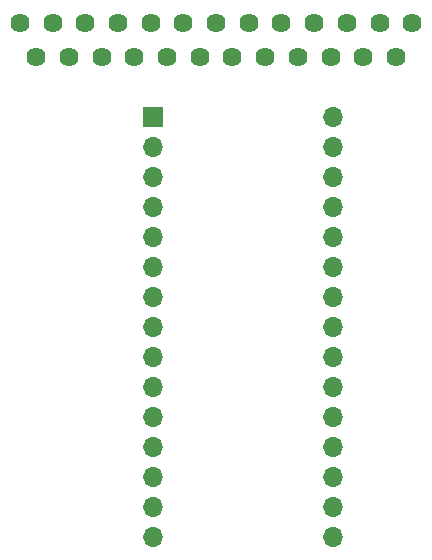
<source format=gts>
%TF.GenerationSoftware,KiCad,Pcbnew,(5.1.6)-1*%
%TF.CreationDate,2020-09-18T20:45:58-04:00*%
%TF.ProjectId,grbl_adapter,6772626c-5f61-4646-9170-7465722e6b69,rev?*%
%TF.SameCoordinates,Original*%
%TF.FileFunction,Soldermask,Top*%
%TF.FilePolarity,Negative*%
%FSLAX46Y46*%
G04 Gerber Fmt 4.6, Leading zero omitted, Abs format (unit mm)*
G04 Created by KiCad (PCBNEW (5.1.6)-1) date 2020-09-18 20:45:58*
%MOMM*%
%LPD*%
G01*
G04 APERTURE LIST*
%ADD10C,1.624000*%
%ADD11O,1.700000X1.700000*%
%ADD12R,1.700000X1.700000*%
G04 APERTURE END LIST*
D10*
%TO.C,U1*%
X124599700Y-74625200D03*
X127368300Y-74625200D03*
X130136900Y-74625200D03*
X132905500Y-74625200D03*
X135674100Y-74625200D03*
X138442700Y-74625200D03*
X141211300Y-74625200D03*
X143979900Y-74625200D03*
X146748500Y-74625200D03*
X149517100Y-74625200D03*
X152285700Y-74625200D03*
X155054300Y-74625200D03*
X157822900Y-74625200D03*
X125984000Y-77470000D03*
X128752600Y-77470000D03*
X131521200Y-77470000D03*
X134289800Y-77470000D03*
X137058400Y-77470000D03*
X139827000Y-77470000D03*
X142595600Y-77470000D03*
X145364200Y-77470000D03*
X148132800Y-77470000D03*
X150901400Y-77470000D03*
X153670000Y-77470000D03*
X156438600Y-77470000D03*
%TD*%
D11*
%TO.C,A0*%
X151130000Y-118110000D03*
X135890000Y-118110000D03*
X151130000Y-82550000D03*
X135890000Y-115570000D03*
X151130000Y-85090000D03*
X135890000Y-113030000D03*
X151130000Y-87630000D03*
X135890000Y-110490000D03*
X151130000Y-90170000D03*
X135890000Y-107950000D03*
X151130000Y-92710000D03*
X135890000Y-105410000D03*
X151130000Y-95250000D03*
X135890000Y-102870000D03*
X151130000Y-97790000D03*
X135890000Y-100330000D03*
X151130000Y-100330000D03*
X135890000Y-97790000D03*
X151130000Y-102870000D03*
X135890000Y-95250000D03*
X151130000Y-105410000D03*
X135890000Y-92710000D03*
X151130000Y-107950000D03*
X135890000Y-90170000D03*
X151130000Y-110490000D03*
X135890000Y-87630000D03*
X151130000Y-113030000D03*
X135890000Y-85090000D03*
X151130000Y-115570000D03*
D12*
X135890000Y-82550000D03*
%TD*%
M02*

</source>
